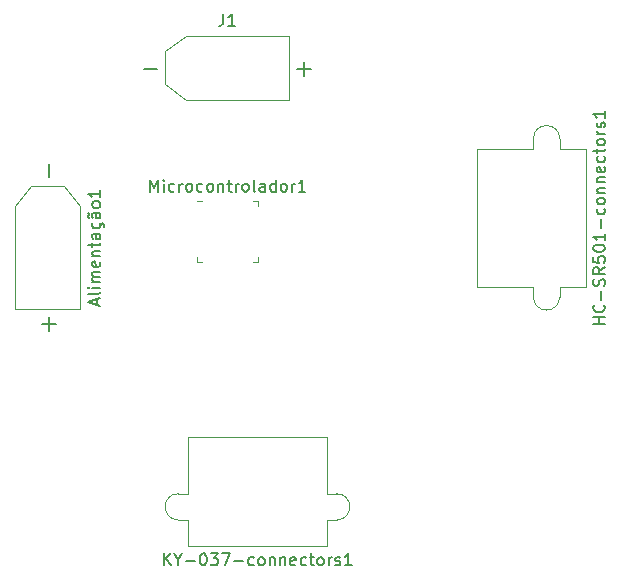
<source format=gbr>
%TF.GenerationSoftware,KiCad,Pcbnew,(6.0.9)*%
%TF.CreationDate,2022-11-29T22:08:51-03:00*%
%TF.ProjectId,luz_inteligente,6c757a5f-696e-4746-956c-6967656e7465,rev?*%
%TF.SameCoordinates,Original*%
%TF.FileFunction,Legend,Top*%
%TF.FilePolarity,Positive*%
%FSLAX46Y46*%
G04 Gerber Fmt 4.6, Leading zero omitted, Abs format (unit mm)*
G04 Created by KiCad (PCBNEW (6.0.9)) date 2022-11-29 22:08:51*
%MOMM*%
%LPD*%
G01*
G04 APERTURE LIST*
%ADD10C,0.150000*%
%ADD11C,0.120000*%
G04 APERTURE END LIST*
D10*
%TO.C,KY-037-connectors1*%
X68271428Y-72602380D02*
X68271428Y-71602380D01*
X68842857Y-72602380D02*
X68414285Y-72030952D01*
X68842857Y-71602380D02*
X68271428Y-72173809D01*
X69461904Y-72126190D02*
X69461904Y-72602380D01*
X69128571Y-71602380D02*
X69461904Y-72126190D01*
X69795238Y-71602380D01*
X70128571Y-72221428D02*
X70890476Y-72221428D01*
X71557142Y-71602380D02*
X71652380Y-71602380D01*
X71747619Y-71650000D01*
X71795238Y-71697619D01*
X71842857Y-71792857D01*
X71890476Y-71983333D01*
X71890476Y-72221428D01*
X71842857Y-72411904D01*
X71795238Y-72507142D01*
X71747619Y-72554761D01*
X71652380Y-72602380D01*
X71557142Y-72602380D01*
X71461904Y-72554761D01*
X71414285Y-72507142D01*
X71366666Y-72411904D01*
X71319047Y-72221428D01*
X71319047Y-71983333D01*
X71366666Y-71792857D01*
X71414285Y-71697619D01*
X71461904Y-71650000D01*
X71557142Y-71602380D01*
X72223809Y-71602380D02*
X72842857Y-71602380D01*
X72509523Y-71983333D01*
X72652380Y-71983333D01*
X72747619Y-72030952D01*
X72795238Y-72078571D01*
X72842857Y-72173809D01*
X72842857Y-72411904D01*
X72795238Y-72507142D01*
X72747619Y-72554761D01*
X72652380Y-72602380D01*
X72366666Y-72602380D01*
X72271428Y-72554761D01*
X72223809Y-72507142D01*
X73176190Y-71602380D02*
X73842857Y-71602380D01*
X73414285Y-72602380D01*
X74223809Y-72221428D02*
X74985714Y-72221428D01*
X75890476Y-72554761D02*
X75795238Y-72602380D01*
X75604761Y-72602380D01*
X75509523Y-72554761D01*
X75461904Y-72507142D01*
X75414285Y-72411904D01*
X75414285Y-72126190D01*
X75461904Y-72030952D01*
X75509523Y-71983333D01*
X75604761Y-71935714D01*
X75795238Y-71935714D01*
X75890476Y-71983333D01*
X76461904Y-72602380D02*
X76366666Y-72554761D01*
X76319047Y-72507142D01*
X76271428Y-72411904D01*
X76271428Y-72126190D01*
X76319047Y-72030952D01*
X76366666Y-71983333D01*
X76461904Y-71935714D01*
X76604761Y-71935714D01*
X76700000Y-71983333D01*
X76747619Y-72030952D01*
X76795238Y-72126190D01*
X76795238Y-72411904D01*
X76747619Y-72507142D01*
X76700000Y-72554761D01*
X76604761Y-72602380D01*
X76461904Y-72602380D01*
X77223809Y-71935714D02*
X77223809Y-72602380D01*
X77223809Y-72030952D02*
X77271428Y-71983333D01*
X77366666Y-71935714D01*
X77509523Y-71935714D01*
X77604761Y-71983333D01*
X77652380Y-72078571D01*
X77652380Y-72602380D01*
X78128571Y-71935714D02*
X78128571Y-72602380D01*
X78128571Y-72030952D02*
X78176190Y-71983333D01*
X78271428Y-71935714D01*
X78414285Y-71935714D01*
X78509523Y-71983333D01*
X78557142Y-72078571D01*
X78557142Y-72602380D01*
X79414285Y-72554761D02*
X79319047Y-72602380D01*
X79128571Y-72602380D01*
X79033333Y-72554761D01*
X78985714Y-72459523D01*
X78985714Y-72078571D01*
X79033333Y-71983333D01*
X79128571Y-71935714D01*
X79319047Y-71935714D01*
X79414285Y-71983333D01*
X79461904Y-72078571D01*
X79461904Y-72173809D01*
X78985714Y-72269047D01*
X80319047Y-72554761D02*
X80223809Y-72602380D01*
X80033333Y-72602380D01*
X79938095Y-72554761D01*
X79890476Y-72507142D01*
X79842857Y-72411904D01*
X79842857Y-72126190D01*
X79890476Y-72030952D01*
X79938095Y-71983333D01*
X80033333Y-71935714D01*
X80223809Y-71935714D01*
X80319047Y-71983333D01*
X80604761Y-71935714D02*
X80985714Y-71935714D01*
X80747619Y-71602380D02*
X80747619Y-72459523D01*
X80795238Y-72554761D01*
X80890476Y-72602380D01*
X80985714Y-72602380D01*
X81461904Y-72602380D02*
X81366666Y-72554761D01*
X81319047Y-72507142D01*
X81271428Y-72411904D01*
X81271428Y-72126190D01*
X81319047Y-72030952D01*
X81366666Y-71983333D01*
X81461904Y-71935714D01*
X81604761Y-71935714D01*
X81700000Y-71983333D01*
X81747619Y-72030952D01*
X81795238Y-72126190D01*
X81795238Y-72411904D01*
X81747619Y-72507142D01*
X81700000Y-72554761D01*
X81604761Y-72602380D01*
X81461904Y-72602380D01*
X82223809Y-72602380D02*
X82223809Y-71935714D01*
X82223809Y-72126190D02*
X82271428Y-72030952D01*
X82319047Y-71983333D01*
X82414285Y-71935714D01*
X82509523Y-71935714D01*
X82795238Y-72554761D02*
X82890476Y-72602380D01*
X83080952Y-72602380D01*
X83176190Y-72554761D01*
X83223809Y-72459523D01*
X83223809Y-72411904D01*
X83176190Y-72316666D01*
X83080952Y-72269047D01*
X82938095Y-72269047D01*
X82842857Y-72221428D01*
X82795238Y-72126190D01*
X82795238Y-72078571D01*
X82842857Y-71983333D01*
X82938095Y-71935714D01*
X83080952Y-71935714D01*
X83176190Y-71983333D01*
X84176190Y-72602380D02*
X83604761Y-72602380D01*
X83890476Y-72602380D02*
X83890476Y-71602380D01*
X83795238Y-71745238D01*
X83700000Y-71840476D01*
X83604761Y-71888095D01*
%TO.C,J1*%
X73286666Y-25932380D02*
X73286666Y-26646666D01*
X73239047Y-26789523D01*
X73143809Y-26884761D01*
X73000952Y-26932380D01*
X72905714Y-26932380D01*
X74286666Y-26932380D02*
X73715238Y-26932380D01*
X74000952Y-26932380D02*
X74000952Y-25932380D01*
X73905714Y-26075238D01*
X73810476Y-26170476D01*
X73715238Y-26218095D01*
X79548571Y-30587142D02*
X80691428Y-30587142D01*
X80120000Y-31158571D02*
X80120000Y-30015714D01*
X66548571Y-30587142D02*
X67691428Y-30587142D01*
%TO.C,HC-SR501-connectors1*%
X105622380Y-52180000D02*
X104622380Y-52180000D01*
X105098571Y-52180000D02*
X105098571Y-51608571D01*
X105622380Y-51608571D02*
X104622380Y-51608571D01*
X105527142Y-50560952D02*
X105574761Y-50608571D01*
X105622380Y-50751428D01*
X105622380Y-50846666D01*
X105574761Y-50989523D01*
X105479523Y-51084761D01*
X105384285Y-51132380D01*
X105193809Y-51180000D01*
X105050952Y-51180000D01*
X104860476Y-51132380D01*
X104765238Y-51084761D01*
X104670000Y-50989523D01*
X104622380Y-50846666D01*
X104622380Y-50751428D01*
X104670000Y-50608571D01*
X104717619Y-50560952D01*
X105241428Y-50132380D02*
X105241428Y-49370476D01*
X105574761Y-48941904D02*
X105622380Y-48799047D01*
X105622380Y-48560952D01*
X105574761Y-48465714D01*
X105527142Y-48418095D01*
X105431904Y-48370476D01*
X105336666Y-48370476D01*
X105241428Y-48418095D01*
X105193809Y-48465714D01*
X105146190Y-48560952D01*
X105098571Y-48751428D01*
X105050952Y-48846666D01*
X105003333Y-48894285D01*
X104908095Y-48941904D01*
X104812857Y-48941904D01*
X104717619Y-48894285D01*
X104670000Y-48846666D01*
X104622380Y-48751428D01*
X104622380Y-48513333D01*
X104670000Y-48370476D01*
X105622380Y-47370476D02*
X105146190Y-47703809D01*
X105622380Y-47941904D02*
X104622380Y-47941904D01*
X104622380Y-47560952D01*
X104670000Y-47465714D01*
X104717619Y-47418095D01*
X104812857Y-47370476D01*
X104955714Y-47370476D01*
X105050952Y-47418095D01*
X105098571Y-47465714D01*
X105146190Y-47560952D01*
X105146190Y-47941904D01*
X104622380Y-46465714D02*
X104622380Y-46941904D01*
X105098571Y-46989523D01*
X105050952Y-46941904D01*
X105003333Y-46846666D01*
X105003333Y-46608571D01*
X105050952Y-46513333D01*
X105098571Y-46465714D01*
X105193809Y-46418095D01*
X105431904Y-46418095D01*
X105527142Y-46465714D01*
X105574761Y-46513333D01*
X105622380Y-46608571D01*
X105622380Y-46846666D01*
X105574761Y-46941904D01*
X105527142Y-46989523D01*
X104622380Y-45799047D02*
X104622380Y-45703809D01*
X104670000Y-45608571D01*
X104717619Y-45560952D01*
X104812857Y-45513333D01*
X105003333Y-45465714D01*
X105241428Y-45465714D01*
X105431904Y-45513333D01*
X105527142Y-45560952D01*
X105574761Y-45608571D01*
X105622380Y-45703809D01*
X105622380Y-45799047D01*
X105574761Y-45894285D01*
X105527142Y-45941904D01*
X105431904Y-45989523D01*
X105241428Y-46037142D01*
X105003333Y-46037142D01*
X104812857Y-45989523D01*
X104717619Y-45941904D01*
X104670000Y-45894285D01*
X104622380Y-45799047D01*
X105622380Y-44513333D02*
X105622380Y-45084761D01*
X105622380Y-44799047D02*
X104622380Y-44799047D01*
X104765238Y-44894285D01*
X104860476Y-44989523D01*
X104908095Y-45084761D01*
X105241428Y-44084761D02*
X105241428Y-43322857D01*
X105574761Y-42418095D02*
X105622380Y-42513333D01*
X105622380Y-42703809D01*
X105574761Y-42799047D01*
X105527142Y-42846666D01*
X105431904Y-42894285D01*
X105146190Y-42894285D01*
X105050952Y-42846666D01*
X105003333Y-42799047D01*
X104955714Y-42703809D01*
X104955714Y-42513333D01*
X105003333Y-42418095D01*
X105622380Y-41846666D02*
X105574761Y-41941904D01*
X105527142Y-41989523D01*
X105431904Y-42037142D01*
X105146190Y-42037142D01*
X105050952Y-41989523D01*
X105003333Y-41941904D01*
X104955714Y-41846666D01*
X104955714Y-41703809D01*
X105003333Y-41608571D01*
X105050952Y-41560952D01*
X105146190Y-41513333D01*
X105431904Y-41513333D01*
X105527142Y-41560952D01*
X105574761Y-41608571D01*
X105622380Y-41703809D01*
X105622380Y-41846666D01*
X104955714Y-41084761D02*
X105622380Y-41084761D01*
X105050952Y-41084761D02*
X105003333Y-41037142D01*
X104955714Y-40941904D01*
X104955714Y-40799047D01*
X105003333Y-40703809D01*
X105098571Y-40656190D01*
X105622380Y-40656190D01*
X104955714Y-40180000D02*
X105622380Y-40180000D01*
X105050952Y-40180000D02*
X105003333Y-40132380D01*
X104955714Y-40037142D01*
X104955714Y-39894285D01*
X105003333Y-39799047D01*
X105098571Y-39751428D01*
X105622380Y-39751428D01*
X105574761Y-38894285D02*
X105622380Y-38989523D01*
X105622380Y-39180000D01*
X105574761Y-39275238D01*
X105479523Y-39322857D01*
X105098571Y-39322857D01*
X105003333Y-39275238D01*
X104955714Y-39180000D01*
X104955714Y-38989523D01*
X105003333Y-38894285D01*
X105098571Y-38846666D01*
X105193809Y-38846666D01*
X105289047Y-39322857D01*
X105574761Y-37989523D02*
X105622380Y-38084761D01*
X105622380Y-38275238D01*
X105574761Y-38370476D01*
X105527142Y-38418095D01*
X105431904Y-38465714D01*
X105146190Y-38465714D01*
X105050952Y-38418095D01*
X105003333Y-38370476D01*
X104955714Y-38275238D01*
X104955714Y-38084761D01*
X105003333Y-37989523D01*
X104955714Y-37703809D02*
X104955714Y-37322857D01*
X104622380Y-37560952D02*
X105479523Y-37560952D01*
X105574761Y-37513333D01*
X105622380Y-37418095D01*
X105622380Y-37322857D01*
X105622380Y-36846666D02*
X105574761Y-36941904D01*
X105527142Y-36989523D01*
X105431904Y-37037142D01*
X105146190Y-37037142D01*
X105050952Y-36989523D01*
X105003333Y-36941904D01*
X104955714Y-36846666D01*
X104955714Y-36703809D01*
X105003333Y-36608571D01*
X105050952Y-36560952D01*
X105146190Y-36513333D01*
X105431904Y-36513333D01*
X105527142Y-36560952D01*
X105574761Y-36608571D01*
X105622380Y-36703809D01*
X105622380Y-36846666D01*
X105622380Y-36084761D02*
X104955714Y-36084761D01*
X105146190Y-36084761D02*
X105050952Y-36037142D01*
X105003333Y-35989523D01*
X104955714Y-35894285D01*
X104955714Y-35799047D01*
X105574761Y-35513333D02*
X105622380Y-35418095D01*
X105622380Y-35227619D01*
X105574761Y-35132380D01*
X105479523Y-35084761D01*
X105431904Y-35084761D01*
X105336666Y-35132380D01*
X105289047Y-35227619D01*
X105289047Y-35370476D01*
X105241428Y-35465714D01*
X105146190Y-35513333D01*
X105098571Y-35513333D01*
X105003333Y-35465714D01*
X104955714Y-35370476D01*
X104955714Y-35227619D01*
X105003333Y-35132380D01*
X105622380Y-34132380D02*
X105622380Y-34703809D01*
X105622380Y-34418095D02*
X104622380Y-34418095D01*
X104765238Y-34513333D01*
X104860476Y-34608571D01*
X104908095Y-34703809D01*
%TO.C,Alimenta\u00E7\u00E3o1*%
X62586666Y-50513333D02*
X62586666Y-50037142D01*
X62872380Y-50608571D02*
X61872380Y-50275238D01*
X62872380Y-49941904D01*
X62872380Y-49465714D02*
X62824761Y-49560952D01*
X62729523Y-49608571D01*
X61872380Y-49608571D01*
X62872380Y-49084761D02*
X62205714Y-49084761D01*
X61872380Y-49084761D02*
X61920000Y-49132380D01*
X61967619Y-49084761D01*
X61920000Y-49037142D01*
X61872380Y-49084761D01*
X61967619Y-49084761D01*
X62872380Y-48608571D02*
X62205714Y-48608571D01*
X62300952Y-48608571D02*
X62253333Y-48560952D01*
X62205714Y-48465714D01*
X62205714Y-48322857D01*
X62253333Y-48227619D01*
X62348571Y-48180000D01*
X62872380Y-48180000D01*
X62348571Y-48180000D02*
X62253333Y-48132380D01*
X62205714Y-48037142D01*
X62205714Y-47894285D01*
X62253333Y-47799047D01*
X62348571Y-47751428D01*
X62872380Y-47751428D01*
X62824761Y-46894285D02*
X62872380Y-46989523D01*
X62872380Y-47180000D01*
X62824761Y-47275238D01*
X62729523Y-47322857D01*
X62348571Y-47322857D01*
X62253333Y-47275238D01*
X62205714Y-47180000D01*
X62205714Y-46989523D01*
X62253333Y-46894285D01*
X62348571Y-46846666D01*
X62443809Y-46846666D01*
X62539047Y-47322857D01*
X62205714Y-46418095D02*
X62872380Y-46418095D01*
X62300952Y-46418095D02*
X62253333Y-46370476D01*
X62205714Y-46275238D01*
X62205714Y-46132380D01*
X62253333Y-46037142D01*
X62348571Y-45989523D01*
X62872380Y-45989523D01*
X62205714Y-45656190D02*
X62205714Y-45275238D01*
X61872380Y-45513333D02*
X62729523Y-45513333D01*
X62824761Y-45465714D01*
X62872380Y-45370476D01*
X62872380Y-45275238D01*
X62872380Y-44513333D02*
X62348571Y-44513333D01*
X62253333Y-44560952D01*
X62205714Y-44656190D01*
X62205714Y-44846666D01*
X62253333Y-44941904D01*
X62824761Y-44513333D02*
X62872380Y-44608571D01*
X62872380Y-44846666D01*
X62824761Y-44941904D01*
X62729523Y-44989523D01*
X62634285Y-44989523D01*
X62539047Y-44941904D01*
X62491428Y-44846666D01*
X62491428Y-44608571D01*
X62443809Y-44513333D01*
X62824761Y-43608571D02*
X62872380Y-43703809D01*
X62872380Y-43894285D01*
X62824761Y-43989523D01*
X62777142Y-44037142D01*
X62681904Y-44084761D01*
X62396190Y-44084761D01*
X62300952Y-44037142D01*
X62253333Y-43989523D01*
X62205714Y-43894285D01*
X62205714Y-43703809D01*
X62253333Y-43608571D01*
X62920000Y-43799047D02*
X62967619Y-43703809D01*
X63062857Y-43656190D01*
X63158095Y-43703809D01*
X63205714Y-43799047D01*
X63205714Y-43941904D01*
X62872380Y-42751428D02*
X62348571Y-42751428D01*
X62253333Y-42799047D01*
X62205714Y-42894285D01*
X62205714Y-43084761D01*
X62253333Y-43180000D01*
X62824761Y-42751428D02*
X62872380Y-42846666D01*
X62872380Y-43084761D01*
X62824761Y-43180000D01*
X62729523Y-43227619D01*
X62634285Y-43227619D01*
X62539047Y-43180000D01*
X62491428Y-43084761D01*
X62491428Y-42846666D01*
X62443809Y-42751428D01*
X61967619Y-43227619D02*
X61920000Y-43180000D01*
X61872380Y-43084761D01*
X61967619Y-42894285D01*
X61920000Y-42799047D01*
X61872380Y-42751428D01*
X62872380Y-42132380D02*
X62824761Y-42227619D01*
X62777142Y-42275238D01*
X62681904Y-42322857D01*
X62396190Y-42322857D01*
X62300952Y-42275238D01*
X62253333Y-42227619D01*
X62205714Y-42132380D01*
X62205714Y-41989523D01*
X62253333Y-41894285D01*
X62300952Y-41846666D01*
X62396190Y-41799047D01*
X62681904Y-41799047D01*
X62777142Y-41846666D01*
X62824761Y-41894285D01*
X62872380Y-41989523D01*
X62872380Y-42132380D01*
X62872380Y-40846666D02*
X62872380Y-41418095D01*
X62872380Y-41132380D02*
X61872380Y-41132380D01*
X62015238Y-41227619D01*
X62110476Y-41322857D01*
X62158095Y-41418095D01*
X58527142Y-52751428D02*
X58527142Y-51608571D01*
X59098571Y-52180000D02*
X57955714Y-52180000D01*
X58527142Y-39751428D02*
X58527142Y-38608571D01*
%TO.C,Microcontrolador1*%
X67112380Y-40962380D02*
X67112380Y-39962380D01*
X67445714Y-40676666D01*
X67779047Y-39962380D01*
X67779047Y-40962380D01*
X68255238Y-40962380D02*
X68255238Y-40295714D01*
X68255238Y-39962380D02*
X68207619Y-40010000D01*
X68255238Y-40057619D01*
X68302857Y-40010000D01*
X68255238Y-39962380D01*
X68255238Y-40057619D01*
X69160000Y-40914761D02*
X69064761Y-40962380D01*
X68874285Y-40962380D01*
X68779047Y-40914761D01*
X68731428Y-40867142D01*
X68683809Y-40771904D01*
X68683809Y-40486190D01*
X68731428Y-40390952D01*
X68779047Y-40343333D01*
X68874285Y-40295714D01*
X69064761Y-40295714D01*
X69160000Y-40343333D01*
X69588571Y-40962380D02*
X69588571Y-40295714D01*
X69588571Y-40486190D02*
X69636190Y-40390952D01*
X69683809Y-40343333D01*
X69779047Y-40295714D01*
X69874285Y-40295714D01*
X70350476Y-40962380D02*
X70255238Y-40914761D01*
X70207619Y-40867142D01*
X70160000Y-40771904D01*
X70160000Y-40486190D01*
X70207619Y-40390952D01*
X70255238Y-40343333D01*
X70350476Y-40295714D01*
X70493333Y-40295714D01*
X70588571Y-40343333D01*
X70636190Y-40390952D01*
X70683809Y-40486190D01*
X70683809Y-40771904D01*
X70636190Y-40867142D01*
X70588571Y-40914761D01*
X70493333Y-40962380D01*
X70350476Y-40962380D01*
X71540952Y-40914761D02*
X71445714Y-40962380D01*
X71255238Y-40962380D01*
X71160000Y-40914761D01*
X71112380Y-40867142D01*
X71064761Y-40771904D01*
X71064761Y-40486190D01*
X71112380Y-40390952D01*
X71160000Y-40343333D01*
X71255238Y-40295714D01*
X71445714Y-40295714D01*
X71540952Y-40343333D01*
X72112380Y-40962380D02*
X72017142Y-40914761D01*
X71969523Y-40867142D01*
X71921904Y-40771904D01*
X71921904Y-40486190D01*
X71969523Y-40390952D01*
X72017142Y-40343333D01*
X72112380Y-40295714D01*
X72255238Y-40295714D01*
X72350476Y-40343333D01*
X72398095Y-40390952D01*
X72445714Y-40486190D01*
X72445714Y-40771904D01*
X72398095Y-40867142D01*
X72350476Y-40914761D01*
X72255238Y-40962380D01*
X72112380Y-40962380D01*
X72874285Y-40295714D02*
X72874285Y-40962380D01*
X72874285Y-40390952D02*
X72921904Y-40343333D01*
X73017142Y-40295714D01*
X73160000Y-40295714D01*
X73255238Y-40343333D01*
X73302857Y-40438571D01*
X73302857Y-40962380D01*
X73636190Y-40295714D02*
X74017142Y-40295714D01*
X73779047Y-39962380D02*
X73779047Y-40819523D01*
X73826666Y-40914761D01*
X73921904Y-40962380D01*
X74017142Y-40962380D01*
X74350476Y-40962380D02*
X74350476Y-40295714D01*
X74350476Y-40486190D02*
X74398095Y-40390952D01*
X74445714Y-40343333D01*
X74540952Y-40295714D01*
X74636190Y-40295714D01*
X75112380Y-40962380D02*
X75017142Y-40914761D01*
X74969523Y-40867142D01*
X74921904Y-40771904D01*
X74921904Y-40486190D01*
X74969523Y-40390952D01*
X75017142Y-40343333D01*
X75112380Y-40295714D01*
X75255238Y-40295714D01*
X75350476Y-40343333D01*
X75398095Y-40390952D01*
X75445714Y-40486190D01*
X75445714Y-40771904D01*
X75398095Y-40867142D01*
X75350476Y-40914761D01*
X75255238Y-40962380D01*
X75112380Y-40962380D01*
X76017142Y-40962380D02*
X75921904Y-40914761D01*
X75874285Y-40819523D01*
X75874285Y-39962380D01*
X76826666Y-40962380D02*
X76826666Y-40438571D01*
X76779047Y-40343333D01*
X76683809Y-40295714D01*
X76493333Y-40295714D01*
X76398095Y-40343333D01*
X76826666Y-40914761D02*
X76731428Y-40962380D01*
X76493333Y-40962380D01*
X76398095Y-40914761D01*
X76350476Y-40819523D01*
X76350476Y-40724285D01*
X76398095Y-40629047D01*
X76493333Y-40581428D01*
X76731428Y-40581428D01*
X76826666Y-40533809D01*
X77731428Y-40962380D02*
X77731428Y-39962380D01*
X77731428Y-40914761D02*
X77636190Y-40962380D01*
X77445714Y-40962380D01*
X77350476Y-40914761D01*
X77302857Y-40867142D01*
X77255238Y-40771904D01*
X77255238Y-40486190D01*
X77302857Y-40390952D01*
X77350476Y-40343333D01*
X77445714Y-40295714D01*
X77636190Y-40295714D01*
X77731428Y-40343333D01*
X78350476Y-40962380D02*
X78255238Y-40914761D01*
X78207619Y-40867142D01*
X78160000Y-40771904D01*
X78160000Y-40486190D01*
X78207619Y-40390952D01*
X78255238Y-40343333D01*
X78350476Y-40295714D01*
X78493333Y-40295714D01*
X78588571Y-40343333D01*
X78636190Y-40390952D01*
X78683809Y-40486190D01*
X78683809Y-40771904D01*
X78636190Y-40867142D01*
X78588571Y-40914761D01*
X78493333Y-40962380D01*
X78350476Y-40962380D01*
X79112380Y-40962380D02*
X79112380Y-40295714D01*
X79112380Y-40486190D02*
X79160000Y-40390952D01*
X79207619Y-40343333D01*
X79302857Y-40295714D01*
X79398095Y-40295714D01*
X80255238Y-40962380D02*
X79683809Y-40962380D01*
X79969523Y-40962380D02*
X79969523Y-39962380D01*
X79874285Y-40105238D01*
X79779047Y-40200476D01*
X79683809Y-40248095D01*
D11*
%TO.C,KY-037-connectors1*%
X69500000Y-66540000D02*
G75*
G03*
X69500000Y-68760000I0J-1110000D01*
G01*
X82900000Y-68760000D02*
G75*
G03*
X82900000Y-66540000I0J1110000D01*
G01*
X70340000Y-66540000D02*
X69500000Y-66540000D01*
X82060000Y-70960000D02*
X82060000Y-68760000D01*
X82060000Y-66540000D02*
X82060000Y-61740000D01*
X82060000Y-61740000D02*
X70340000Y-61740000D01*
X70340000Y-70960000D02*
X70340000Y-68760000D01*
X70340000Y-66540000D02*
X70340000Y-61740000D01*
X70340000Y-68760000D02*
X69500000Y-68760000D01*
X82900000Y-66540000D02*
X82060000Y-66540000D01*
X82900000Y-68760000D02*
X82060000Y-68760000D01*
X82060000Y-70960000D02*
X70340000Y-70960000D01*
%TO.C,J1*%
X68410000Y-29070000D02*
X68410000Y-31890000D01*
X68410000Y-31890000D02*
X70110000Y-33190000D01*
X68410000Y-29070000D02*
X70110000Y-27770000D01*
X70110000Y-33190000D02*
X78830000Y-33190000D01*
X70110000Y-27770000D02*
X78830000Y-27770000D01*
X78830000Y-27770000D02*
X78830000Y-33190000D01*
%TO.C,HC-SR501-connectors1*%
X99560000Y-49880000D02*
G75*
G03*
X101780000Y-49880000I1110000J0D01*
G01*
X101780000Y-36480000D02*
G75*
G03*
X99560000Y-36480000I-1110000J0D01*
G01*
X99560000Y-49040000D02*
X99560000Y-49880000D01*
X103980000Y-37320000D02*
X101780000Y-37320000D01*
X99560000Y-37320000D02*
X94760000Y-37320000D01*
X94760000Y-37320000D02*
X94760000Y-49040000D01*
X103980000Y-49040000D02*
X101780000Y-49040000D01*
X99560000Y-49040000D02*
X94760000Y-49040000D01*
X101780000Y-49040000D02*
X101780000Y-49880000D01*
X99560000Y-36480000D02*
X99560000Y-37320000D01*
X101780000Y-36480000D02*
X101780000Y-37320000D01*
X103980000Y-37320000D02*
X103980000Y-49040000D01*
%TO.C,Alimenta\u00E7\u00E3o1*%
X59830000Y-40470000D02*
X57010000Y-40470000D01*
X57010000Y-40470000D02*
X55710000Y-42170000D01*
X59830000Y-40470000D02*
X61130000Y-42170000D01*
X55710000Y-42170000D02*
X55710000Y-50890000D01*
X61130000Y-42170000D02*
X61130000Y-50890000D01*
X61130000Y-50890000D02*
X55710000Y-50890000D01*
%TO.C,Microcontrolador1*%
X71525000Y-46940000D02*
X71050000Y-46940000D01*
X76270000Y-41720000D02*
X76270000Y-42195000D01*
X75795000Y-41720000D02*
X76270000Y-41720000D01*
X75795000Y-46940000D02*
X76270000Y-46940000D01*
X71050000Y-46940000D02*
X71050000Y-46465000D01*
X71525000Y-41720000D02*
X71050000Y-41720000D01*
X76270000Y-46940000D02*
X76270000Y-46465000D01*
%TD*%
M02*

</source>
